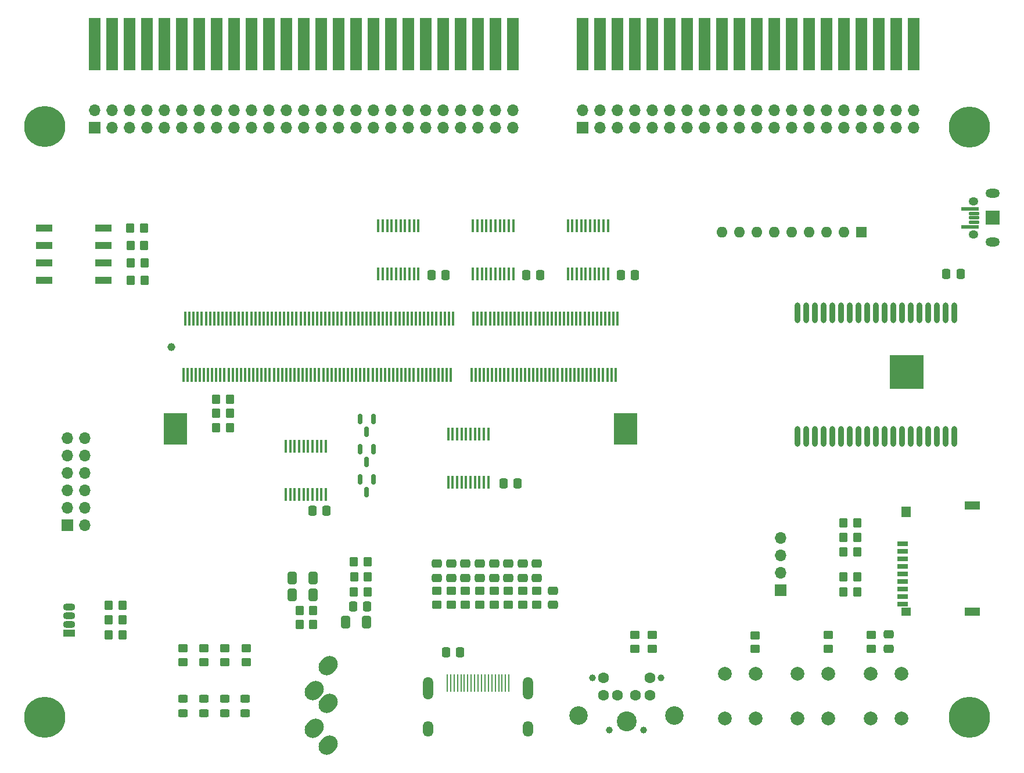
<source format=gbr>
%TF.GenerationSoftware,KiCad,Pcbnew,(6.0.11)*%
%TF.CreationDate,2023-06-18T20:35:24-07:00*%
%TF.ProjectId,TRS-IO++,5452532d-494f-42b2-9b2e-6b696361645f,rev?*%
%TF.SameCoordinates,Original*%
%TF.FileFunction,Soldermask,Top*%
%TF.FilePolarity,Negative*%
%FSLAX46Y46*%
G04 Gerber Fmt 4.6, Leading zero omitted, Abs format (unit mm)*
G04 Created by KiCad (PCBNEW (6.0.11)) date 2023-06-18 20:35:24*
%MOMM*%
%LPD*%
G01*
G04 APERTURE LIST*
G04 Aperture macros list*
%AMRoundRect*
0 Rectangle with rounded corners*
0 $1 Rounding radius*
0 $2 $3 $4 $5 $6 $7 $8 $9 X,Y pos of 4 corners*
0 Add a 4 corners polygon primitive as box body*
4,1,4,$2,$3,$4,$5,$6,$7,$8,$9,$2,$3,0*
0 Add four circle primitives for the rounded corners*
1,1,$1+$1,$2,$3*
1,1,$1+$1,$4,$5*
1,1,$1+$1,$6,$7*
1,1,$1+$1,$8,$9*
0 Add four rect primitives between the rounded corners*
20,1,$1+$1,$2,$3,$4,$5,0*
20,1,$1+$1,$4,$5,$6,$7,0*
20,1,$1+$1,$6,$7,$8,$9,0*
20,1,$1+$1,$8,$9,$2,$3,0*%
%AMHorizOval*
0 Thick line with rounded ends*
0 $1 width*
0 $2 $3 position (X,Y) of the first rounded end (center of the circle)*
0 $4 $5 position (X,Y) of the second rounded end (center of the circle)*
0 Add line between two ends*
20,1,$1,$2,$3,$4,$5,0*
0 Add two circle primitives to create the rounded ends*
1,1,$1,$2,$3*
1,1,$1,$4,$5*%
G04 Aperture macros list end*
%ADD10RoundRect,0.100000X-0.100000X0.850000X-0.100000X-0.850000X0.100000X-0.850000X0.100000X0.850000X0*%
%ADD11C,2.000000*%
%ADD12RoundRect,0.250000X0.350000X0.450000X-0.350000X0.450000X-0.350000X-0.450000X0.350000X-0.450000X0*%
%ADD13RoundRect,0.250000X-0.450000X0.350000X-0.450000X-0.350000X0.450000X-0.350000X0.450000X0.350000X0*%
%ADD14RoundRect,0.250000X-0.412500X-0.650000X0.412500X-0.650000X0.412500X0.650000X-0.412500X0.650000X0*%
%ADD15RoundRect,0.250000X0.450000X-0.350000X0.450000X0.350000X-0.450000X0.350000X-0.450000X-0.350000X0*%
%ADD16R,2.440000X1.120000*%
%ADD17RoundRect,0.250000X-0.350000X-0.450000X0.350000X-0.450000X0.350000X0.450000X-0.350000X0.450000X0*%
%ADD18RoundRect,0.250000X0.450000X-0.325000X0.450000X0.325000X-0.450000X0.325000X-0.450000X-0.325000X0*%
%ADD19RoundRect,0.250000X0.337500X0.475000X-0.337500X0.475000X-0.337500X-0.475000X0.337500X-0.475000X0*%
%ADD20C,0.800000*%
%ADD21C,6.000000*%
%ADD22RoundRect,0.250000X0.412500X0.650000X-0.412500X0.650000X-0.412500X-0.650000X0.412500X-0.650000X0*%
%ADD23RoundRect,0.250000X-0.475000X0.337500X-0.475000X-0.337500X0.475000X-0.337500X0.475000X0.337500X0*%
%ADD24R,1.700000X1.700000*%
%ADD25O,1.700000X1.700000*%
%ADD26HorizOval,2.400000X-0.212132X-0.212132X0.212132X0.212132X0*%
%ADD27RoundRect,0.250000X-0.337500X-0.475000X0.337500X-0.475000X0.337500X0.475000X-0.337500X0.475000X0*%
%ADD28RoundRect,0.150000X-0.150000X0.587500X-0.150000X-0.587500X0.150000X-0.587500X0.150000X0.587500X0*%
%ADD29R,0.280000X2.600000*%
%ADD30O,1.500000X3.300000*%
%ADD31O,1.500000X2.300000*%
%ADD32R,1.600000X0.700000*%
%ADD33R,1.400000X1.600000*%
%ADD34R,2.200000X1.200000*%
%ADD35R,1.400000X1.200000*%
%ADD36O,0.900000X3.000000*%
%ADD37R,5.000000X5.000000*%
%ADD38RoundRect,0.250000X0.475000X-0.337500X0.475000X0.337500X-0.475000X0.337500X-0.475000X-0.337500X0*%
%ADD39O,1.400000X1.200000*%
%ADD40RoundRect,0.050000X1.000000X-1.000000X1.000000X1.000000X-1.000000X1.000000X-1.000000X-1.000000X0*%
%ADD41O,2.100000X1.300000*%
%ADD42RoundRect,0.050000X1.250000X-0.200000X1.250000X0.200000X-1.250000X0.200000X-1.250000X-0.200000X0*%
%ADD43RoundRect,0.050000X0.675000X-0.200000X0.675000X0.200000X-0.675000X0.200000X-0.675000X-0.200000X0*%
%ADD44R,1.600000X1.600000*%
%ADD45O,1.600000X1.600000*%
%ADD46R,1.778000X7.620000*%
%ADD47R,1.800000X1.070000*%
%ADD48O,1.800000X1.070000*%
%ADD49C,1.600000*%
%ADD50C,1.000000*%
%ADD51C,2.900000*%
%ADD52C,2.700000*%
%ADD53C,1.150000*%
%ADD54R,0.350000X2.000000*%
%ADD55R,3.500000X4.600000*%
G04 APERTURE END LIST*
D10*
%TO.C,U5*%
X106963400Y-101910000D03*
X106313400Y-101910000D03*
X105663400Y-101910000D03*
X105013400Y-101910000D03*
X104363400Y-101910000D03*
X103713400Y-101910000D03*
X103063400Y-101910000D03*
X102413400Y-101910000D03*
X101763400Y-101910000D03*
X101113400Y-101910000D03*
X101113400Y-108910000D03*
X101763400Y-108910000D03*
X102413400Y-108910000D03*
X103063400Y-108910000D03*
X103713400Y-108910000D03*
X104363400Y-108910000D03*
X105013400Y-108910000D03*
X105663400Y-108910000D03*
X106313400Y-108910000D03*
X106963400Y-108910000D03*
%TD*%
%TO.C,U4*%
X130660550Y-100132000D03*
X130010550Y-100132000D03*
X129360550Y-100132000D03*
X128710550Y-100132000D03*
X128060550Y-100132000D03*
X127410550Y-100132000D03*
X126760550Y-100132000D03*
X126110550Y-100132000D03*
X125460550Y-100132000D03*
X124810550Y-100132000D03*
X124810550Y-107132000D03*
X125460550Y-107132000D03*
X126110550Y-107132000D03*
X126760550Y-107132000D03*
X127410550Y-107132000D03*
X128060550Y-107132000D03*
X128710550Y-107132000D03*
X129360550Y-107132000D03*
X130010550Y-107132000D03*
X130660550Y-107132000D03*
%TD*%
%TO.C,U3*%
X148095700Y-69753600D03*
X147445700Y-69753600D03*
X146795700Y-69753600D03*
X146145700Y-69753600D03*
X145495700Y-69753600D03*
X144845700Y-69753600D03*
X144195700Y-69753600D03*
X143545700Y-69753600D03*
X142895700Y-69753600D03*
X142245700Y-69753600D03*
X142245700Y-76753600D03*
X142895700Y-76753600D03*
X143545700Y-76753600D03*
X144195700Y-76753600D03*
X144845700Y-76753600D03*
X145495700Y-76753600D03*
X146145700Y-76753600D03*
X146795700Y-76753600D03*
X147445700Y-76753600D03*
X148095700Y-76753600D03*
%TD*%
%TO.C,U2*%
X134278100Y-69753600D03*
X133628100Y-69753600D03*
X132978100Y-69753600D03*
X132328100Y-69753600D03*
X131678100Y-69753600D03*
X131028100Y-69753600D03*
X130378100Y-69753600D03*
X129728100Y-69753600D03*
X129078100Y-69753600D03*
X128428100Y-69753600D03*
X128428100Y-76753600D03*
X129078100Y-76753600D03*
X129728100Y-76753600D03*
X130378100Y-76753600D03*
X131028100Y-76753600D03*
X131678100Y-76753600D03*
X132328100Y-76753600D03*
X132978100Y-76753600D03*
X133628100Y-76753600D03*
X134278100Y-76753600D03*
%TD*%
%TO.C,U6*%
X120460500Y-69753600D03*
X119810500Y-69753600D03*
X119160500Y-69753600D03*
X118510500Y-69753600D03*
X117860500Y-69753600D03*
X117210500Y-69753600D03*
X116560500Y-69753600D03*
X115910500Y-69753600D03*
X115260500Y-69753600D03*
X114610500Y-69753600D03*
X114610500Y-76753600D03*
X115260500Y-76753600D03*
X115910500Y-76753600D03*
X116560500Y-76753600D03*
X117210500Y-76753600D03*
X117860500Y-76753600D03*
X118510500Y-76753600D03*
X119160500Y-76753600D03*
X119810500Y-76753600D03*
X120460500Y-76753600D03*
%TD*%
D11*
%TO.C,SW4*%
X165100000Y-141629200D03*
X165100000Y-135129200D03*
X169600000Y-141629200D03*
X169600000Y-135129200D03*
%TD*%
D12*
%TO.C,R33*%
X80435500Y-70104000D03*
X78435500Y-70104000D03*
%TD*%
D13*
%TO.C,R39*%
X92269032Y-131384800D03*
X92269032Y-133384800D03*
%TD*%
D14*
%TO.C,C15*%
X109806299Y-127551799D03*
X112931299Y-127551799D03*
%TD*%
D15*
%TO.C,R8*%
X129413000Y-125023800D03*
X129413000Y-123023800D03*
%TD*%
D13*
%TO.C,R40*%
X95330100Y-131384800D03*
X95330100Y-133384800D03*
%TD*%
D16*
%TO.C,SW3*%
X65935700Y-70104000D03*
X65935700Y-72644000D03*
X65935700Y-75184000D03*
X65935700Y-77724000D03*
X74545700Y-77724000D03*
X74545700Y-75184000D03*
X74545700Y-72644000D03*
X74545700Y-70104000D03*
%TD*%
D17*
%TO.C,R29*%
X90998800Y-95046800D03*
X92998800Y-95046800D03*
%TD*%
D18*
%TO.C,D3*%
X89177666Y-140842600D03*
X89177666Y-138792600D03*
%TD*%
D19*
%TO.C,C16*%
X134919850Y-107340400D03*
X132844850Y-107340400D03*
%TD*%
D15*
%TO.C,R10*%
X125247400Y-125023800D03*
X125247400Y-123023800D03*
%TD*%
D12*
%TO.C,R35*%
X80537100Y-75184000D03*
X78537100Y-75184000D03*
%TD*%
D18*
%TO.C,D2*%
X86146600Y-140842600D03*
X86146600Y-138792600D03*
%TD*%
D15*
%TO.C,R7*%
X131495800Y-125023800D03*
X131495800Y-123023800D03*
%TD*%
D13*
%TO.C,R14*%
X169570400Y-129505200D03*
X169570400Y-131505200D03*
%TD*%
D20*
%TO.C,H3*%
X202387690Y-139887010D03*
X203046700Y-141478000D03*
X199205710Y-143068990D03*
D21*
X200796700Y-141478000D03*
D20*
X200796700Y-143728000D03*
X202387690Y-143068990D03*
X200796700Y-139228000D03*
X198546700Y-141478000D03*
X199205710Y-139887010D03*
%TD*%
D17*
%TO.C,R16*%
X182423100Y-120967500D03*
X184423100Y-120967500D03*
%TD*%
D22*
%TO.C,C12*%
X105141899Y-121167999D03*
X102016899Y-121167999D03*
%TD*%
D23*
%TO.C,C6*%
X127330200Y-119049300D03*
X127330200Y-121124300D03*
%TD*%
D12*
%TO.C,R34*%
X80486300Y-72644000D03*
X78486300Y-72644000D03*
%TD*%
%TO.C,R2*%
X77301600Y-125120400D03*
X75301600Y-125120400D03*
%TD*%
D23*
%TO.C,C4*%
X131495800Y-119049300D03*
X131495800Y-121124300D03*
%TD*%
D15*
%TO.C,R31*%
X154533600Y-131462400D03*
X154533600Y-129462400D03*
%TD*%
D23*
%TO.C,C3*%
X133578600Y-119049300D03*
X133578600Y-121124300D03*
%TD*%
%TO.C,C7*%
X125247400Y-119049300D03*
X125247400Y-121124300D03*
%TD*%
D20*
%TO.C,H2*%
X198546700Y-55321200D03*
X202387690Y-53730210D03*
X200796700Y-57571200D03*
X199205710Y-53730210D03*
X203046700Y-55321200D03*
X199205710Y-56912190D03*
X202387690Y-56912190D03*
D21*
X200796700Y-55321200D03*
D20*
X200796700Y-53071200D03*
%TD*%
D23*
%TO.C,C1*%
X137744200Y-119049300D03*
X137744200Y-121124300D03*
%TD*%
D11*
%TO.C,SW2*%
X175727350Y-135129200D03*
X175727350Y-141629200D03*
X180227350Y-141629200D03*
X180227350Y-135129200D03*
%TD*%
D24*
%TO.C,J2*%
X144413700Y-55422800D03*
D25*
X144413700Y-52882800D03*
X146953700Y-55422800D03*
X146953700Y-52882800D03*
X149493700Y-55422800D03*
X149493700Y-52882800D03*
X152033700Y-55422800D03*
X152033700Y-52882800D03*
X154573700Y-55422800D03*
X154573700Y-52882800D03*
X157113700Y-55422800D03*
X157113700Y-52882800D03*
X159653700Y-55422800D03*
X159653700Y-52882800D03*
X162193700Y-55422800D03*
X162193700Y-52882800D03*
X164733700Y-55422800D03*
X164733700Y-52882800D03*
X167273700Y-55422800D03*
X167273700Y-52882800D03*
X169813700Y-55422800D03*
X169813700Y-52882800D03*
X172353700Y-55422800D03*
X172353700Y-52882800D03*
X174893700Y-55422800D03*
X174893700Y-52882800D03*
X177433700Y-55422800D03*
X177433700Y-52882800D03*
X179973700Y-55422800D03*
X179973700Y-52882800D03*
X182513700Y-55422800D03*
X182513700Y-52882800D03*
X185053700Y-55422800D03*
X185053700Y-52882800D03*
X187593700Y-55422800D03*
X187593700Y-52882800D03*
X190133700Y-55422800D03*
X190133700Y-52882800D03*
X192673700Y-55422800D03*
X192673700Y-52882800D03*
%TD*%
D26*
%TO.C,J10*%
X105273899Y-137591199D03*
X107273899Y-139391199D03*
X107273899Y-145491199D03*
X105273899Y-143091199D03*
X107273899Y-133891199D03*
%TD*%
D19*
%TO.C,C19*%
X124415000Y-76962000D03*
X122340000Y-76962000D03*
%TD*%
D23*
%TO.C,C8*%
X123164600Y-119049300D03*
X123164600Y-121124300D03*
%TD*%
D27*
%TO.C,C23*%
X124463900Y-131961300D03*
X126538900Y-131961300D03*
%TD*%
D28*
%TO.C,Q3*%
X113878400Y-97919300D03*
X111978400Y-97919300D03*
X112928400Y-99794300D03*
%TD*%
D29*
%TO.C,J7*%
X133659000Y-136468600D03*
X133159000Y-136468600D03*
X132659000Y-136468600D03*
X132159000Y-136468600D03*
X131659000Y-136468600D03*
X131159000Y-136468600D03*
X130659000Y-136468600D03*
X130159000Y-136468600D03*
X129659000Y-136468600D03*
X129159000Y-136468600D03*
X128659000Y-136468600D03*
X128159000Y-136468600D03*
X127659000Y-136468600D03*
X127159000Y-136468600D03*
X126659000Y-136468600D03*
X126159000Y-136468600D03*
X125659000Y-136468600D03*
X125159000Y-136468600D03*
X124659000Y-136468600D03*
D30*
X136409000Y-137228600D03*
D31*
X121909000Y-143188600D03*
X136409000Y-143188600D03*
D30*
X121909000Y-137228600D03*
%TD*%
D32*
%TO.C,J9*%
X191070000Y-116113200D03*
X191070000Y-117213200D03*
X191070000Y-118313200D03*
X191070000Y-119413200D03*
X191070000Y-120513200D03*
X191070000Y-121613200D03*
X191070000Y-122713200D03*
X191070000Y-123813200D03*
X191070000Y-124913200D03*
D33*
X191570000Y-111463200D03*
D34*
X201170000Y-110563200D03*
X201170000Y-126063200D03*
D35*
X191570000Y-126063200D03*
%TD*%
D23*
%TO.C,C9*%
X189026800Y-129366100D03*
X189026800Y-131441100D03*
%TD*%
D12*
%TO.C,R36*%
X80537100Y-77724000D03*
X78537100Y-77724000D03*
%TD*%
D24*
%TO.C,J8*%
X173255166Y-122892600D03*
D25*
X173255166Y-120352600D03*
X173255166Y-117812600D03*
X173255166Y-115272600D03*
%TD*%
D17*
%TO.C,R17*%
X182423100Y-115214400D03*
X184423100Y-115214400D03*
%TD*%
%TO.C,R26*%
X90998800Y-99212400D03*
X92998800Y-99212400D03*
%TD*%
D28*
%TO.C,Q4*%
X113878400Y-102338900D03*
X111978400Y-102338900D03*
X112928400Y-104213900D03*
%TD*%
D11*
%TO.C,SW1*%
X186354700Y-135129200D03*
X186354700Y-141629200D03*
X190854700Y-141629200D03*
X190854700Y-135129200D03*
%TD*%
D15*
%TO.C,R32*%
X151993600Y-131462400D03*
X151993600Y-129462400D03*
%TD*%
D24*
%TO.C,J5*%
X69322000Y-113411400D03*
D25*
X71862000Y-113411400D03*
X69322000Y-110871400D03*
X71862000Y-110871400D03*
X69322000Y-108331400D03*
X71862000Y-108331400D03*
X69322000Y-105791400D03*
X71862000Y-105791400D03*
X69322000Y-103251400D03*
X71862000Y-103251400D03*
X69322000Y-100711400D03*
X71862000Y-100711400D03*
%TD*%
D17*
%TO.C,R18*%
X182423100Y-113080800D03*
X184423100Y-113080800D03*
%TD*%
%TO.C,R19*%
X182438800Y-123139200D03*
X184438800Y-123139200D03*
%TD*%
D12*
%TO.C,R1*%
X77301600Y-129438400D03*
X75301600Y-129438400D03*
%TD*%
D18*
%TO.C,D4*%
X92208732Y-140842600D03*
X92208732Y-138792600D03*
%TD*%
D36*
%TO.C,U1*%
X198565900Y-82490800D03*
X197295900Y-82490800D03*
X196025900Y-82490800D03*
X194755900Y-82490800D03*
X193485900Y-82490800D03*
X192215900Y-82490800D03*
X190945900Y-82490800D03*
X189675900Y-82490800D03*
X188405900Y-82490800D03*
X187135900Y-82490800D03*
X185865900Y-82490800D03*
X184595900Y-82490800D03*
X183325900Y-82490800D03*
X182055900Y-82490800D03*
X180755900Y-82490800D03*
X179485900Y-82490800D03*
X178215900Y-82490800D03*
X176945900Y-82490800D03*
X175675900Y-82490800D03*
X175675900Y-100490800D03*
X176945900Y-100490800D03*
X178215900Y-100490800D03*
X179485900Y-100490800D03*
X180755900Y-100490800D03*
X182055900Y-100520800D03*
X183325900Y-100520800D03*
X184595900Y-100520800D03*
X185865900Y-100520800D03*
X187135900Y-100520800D03*
X188405900Y-100520800D03*
X189675900Y-100520800D03*
X190945900Y-100520800D03*
X192215900Y-100520800D03*
X193485900Y-100520800D03*
X194755900Y-100520800D03*
X196025900Y-100520800D03*
X197295900Y-100520800D03*
X198565900Y-100520800D03*
D20*
X189655900Y-90090800D03*
X192655900Y-90090800D03*
X192655900Y-91090800D03*
X189655900Y-91090800D03*
X193655900Y-93090800D03*
X193655900Y-89090800D03*
X189655900Y-92090800D03*
X190655900Y-91090800D03*
X191655900Y-93090800D03*
X189655900Y-93090800D03*
X189655900Y-89090800D03*
X191655900Y-92090800D03*
X191655900Y-91090800D03*
X193655900Y-91090800D03*
D37*
X191645900Y-91090800D03*
D20*
X192655900Y-93090800D03*
X190655900Y-93090800D03*
X190655900Y-89090800D03*
X192655900Y-92090800D03*
X193655900Y-92090800D03*
X192655900Y-89090800D03*
X190655900Y-90090800D03*
X191655900Y-90090800D03*
X193655900Y-90090800D03*
X191655900Y-89090800D03*
X190655900Y-92090800D03*
%TD*%
D38*
%TO.C,C21*%
X140106400Y-125061300D03*
X140106400Y-122986300D03*
%TD*%
D13*
%TO.C,R30*%
X180171900Y-129454400D03*
X180171900Y-131454400D03*
%TD*%
D20*
%TO.C,H1*%
X66024300Y-57520400D03*
X64433310Y-56861390D03*
X68274300Y-55270400D03*
D21*
X66024300Y-55270400D03*
D20*
X64433310Y-53679410D03*
X67615290Y-56861390D03*
X67615290Y-53679410D03*
X66024300Y-53020400D03*
X63774300Y-55270400D03*
%TD*%
D12*
%TO.C,R24*%
X113029199Y-123182999D03*
X111029199Y-123182999D03*
%TD*%
D28*
%TO.C,Q5*%
X113878400Y-106758500D03*
X111978400Y-106758500D03*
X112928400Y-108633500D03*
%TD*%
D23*
%TO.C,C5*%
X129413000Y-119049300D03*
X129413000Y-121124300D03*
%TD*%
D13*
%TO.C,R12*%
X186436000Y-129454400D03*
X186436000Y-131454400D03*
%TD*%
D12*
%TO.C,R22*%
X105140000Y-125841599D03*
X103140000Y-125841599D03*
%TD*%
D39*
%TO.C,J12*%
X201374000Y-66155000D03*
D40*
X204124000Y-68580000D03*
D41*
X204124000Y-72155000D03*
X204124000Y-65005000D03*
D39*
X201374000Y-71005000D03*
D42*
X200872800Y-69880000D03*
D43*
X201449000Y-69230000D03*
X201449000Y-68580000D03*
X201449000Y-67930000D03*
D42*
X200872800Y-67280000D03*
%TD*%
D19*
%TO.C,C11*%
X152050200Y-76962000D03*
X149975200Y-76962000D03*
%TD*%
D17*
%TO.C,R25*%
X111077500Y-120967500D03*
X113077500Y-120967500D03*
%TD*%
%TO.C,R28*%
X90998800Y-97129600D03*
X92998800Y-97129600D03*
%TD*%
D44*
%TO.C,RN1*%
X185028600Y-70713600D03*
D45*
X182488600Y-70713600D03*
X179948600Y-70713600D03*
X177408600Y-70713600D03*
X174868600Y-70713600D03*
X172328600Y-70713600D03*
X169788600Y-70713600D03*
X167248600Y-70713600D03*
X164708600Y-70713600D03*
%TD*%
D12*
%TO.C,R23*%
X113029199Y-118745000D03*
X111029199Y-118745000D03*
%TD*%
D15*
%TO.C,R4*%
X137744200Y-125023800D03*
X137744200Y-123023800D03*
%TD*%
D19*
%TO.C,C24*%
X199497400Y-76758800D03*
X197422400Y-76758800D03*
%TD*%
D13*
%TO.C,R38*%
X89207966Y-131384800D03*
X89207966Y-133384800D03*
%TD*%
D46*
%TO.C,J4*%
X144408700Y-43281600D03*
X146948700Y-43281600D03*
X149488700Y-43281600D03*
X152028700Y-43281600D03*
X154568700Y-43281600D03*
X157108700Y-43281600D03*
X159648700Y-43281600D03*
X162188700Y-43281600D03*
X164728700Y-43281600D03*
X167268700Y-43281600D03*
X169808700Y-43281600D03*
X172348700Y-43281600D03*
X174888700Y-43281600D03*
X177428700Y-43281600D03*
X179968700Y-43281600D03*
X182508700Y-43281600D03*
X185048700Y-43281600D03*
X187588700Y-43281600D03*
X190128700Y-43281600D03*
X192668700Y-43281600D03*
%TD*%
%TO.C,J3*%
X73263300Y-43281600D03*
X75803300Y-43281600D03*
X78343300Y-43281600D03*
X80883300Y-43281600D03*
X83423300Y-43281600D03*
X85963300Y-43281600D03*
X88503300Y-43281600D03*
X91043300Y-43281600D03*
X93583300Y-43281600D03*
X96123300Y-43281600D03*
X98663300Y-43281600D03*
X101203300Y-43281600D03*
X103743300Y-43281600D03*
X106283300Y-43281600D03*
X108823300Y-43281600D03*
X111363300Y-43281600D03*
X113903300Y-43281600D03*
X116443300Y-43281600D03*
X118983300Y-43281600D03*
X121523300Y-43281600D03*
X124063300Y-43281600D03*
X126603300Y-43281600D03*
X129143300Y-43281600D03*
X131683300Y-43281600D03*
X134223300Y-43281600D03*
%TD*%
D23*
%TO.C,C2*%
X135661400Y-119049300D03*
X135661400Y-121124300D03*
%TD*%
D47*
%TO.C,D1*%
X69543200Y-129156000D03*
D48*
X69543200Y-127886000D03*
X69543200Y-126616000D03*
X69543200Y-125346000D03*
%TD*%
D49*
%TO.C,J11*%
X152109500Y-138232700D03*
X149509500Y-138232700D03*
X154209500Y-138232700D03*
X147409500Y-138232700D03*
X154209500Y-135732700D03*
X147409500Y-135732700D03*
D50*
X153309500Y-143332700D03*
X148309500Y-143332700D03*
X155809500Y-135732700D03*
X145809500Y-135732700D03*
D51*
X150809500Y-142032700D03*
D52*
X157809500Y-141232700D03*
X143809500Y-141232700D03*
%TD*%
D53*
%TO.C,Conn1*%
X84440300Y-87422900D03*
D54*
X149490300Y-83322900D03*
X149190300Y-91522900D03*
X148890300Y-83322900D03*
X148590300Y-91522900D03*
X148290300Y-83322900D03*
X147990300Y-91522900D03*
X147690300Y-83322900D03*
X147390300Y-91522900D03*
X147090300Y-83322900D03*
X146790300Y-91522900D03*
X146490300Y-83322900D03*
X146190300Y-91522900D03*
X145890300Y-83322900D03*
X145590300Y-91522900D03*
X145290300Y-83322900D03*
X144990300Y-91522900D03*
X144690300Y-83322900D03*
X144390300Y-91522900D03*
X144090300Y-83322900D03*
X143790300Y-91522900D03*
X143490300Y-83322900D03*
X143190300Y-91522900D03*
X142890300Y-83322900D03*
X142590300Y-91522900D03*
X142290300Y-83322900D03*
X141990300Y-91522900D03*
X141690300Y-83322900D03*
X141390300Y-91522900D03*
X141090300Y-83322900D03*
X140790300Y-91522900D03*
X140490300Y-83322900D03*
X140190300Y-91522900D03*
X139890300Y-83322900D03*
X139590300Y-91522900D03*
X139290300Y-83322900D03*
X138990300Y-91522900D03*
X138690300Y-83322900D03*
X138390300Y-91522900D03*
X138090300Y-83322900D03*
X137790300Y-91522900D03*
X137490300Y-83322900D03*
X137190300Y-91522900D03*
X136890300Y-83322900D03*
X136590300Y-91522900D03*
X136290300Y-83322900D03*
X135990300Y-91522900D03*
X135690300Y-83322900D03*
X135390300Y-91522900D03*
X135090300Y-83322900D03*
X134790300Y-91522900D03*
X134490300Y-83322900D03*
X134190300Y-91522900D03*
X133890300Y-83322900D03*
X133590300Y-91522900D03*
X133290300Y-83322900D03*
X132990300Y-91522900D03*
X132690300Y-83322900D03*
X132390300Y-91522900D03*
X132090300Y-83322900D03*
X131790300Y-91522900D03*
X131490300Y-83322900D03*
X131190300Y-91522900D03*
X130890300Y-83322900D03*
X130590300Y-91522900D03*
X130290300Y-83322900D03*
X129990300Y-91522900D03*
X129690300Y-83322900D03*
X129390300Y-91522900D03*
X129090300Y-83322900D03*
X128790300Y-91522900D03*
X128490300Y-83322900D03*
X128190300Y-91522900D03*
X125490300Y-83322900D03*
X125190300Y-91522900D03*
X124890300Y-83322900D03*
X124590300Y-91522900D03*
X124290300Y-83322900D03*
X123990300Y-91522900D03*
X123690300Y-83322900D03*
X123390300Y-91522900D03*
X123090300Y-83322900D03*
X122790300Y-91522900D03*
X122490300Y-83322900D03*
X122190300Y-91522900D03*
X121890300Y-83322900D03*
X121590300Y-91522900D03*
X121290300Y-83322900D03*
X120990300Y-91522900D03*
X120690300Y-83322900D03*
X120390300Y-91522900D03*
X120090300Y-83322900D03*
X119790300Y-91522900D03*
X119490300Y-83322900D03*
X119190300Y-91522900D03*
X118890300Y-83322900D03*
X118590300Y-91522900D03*
X118290300Y-83322900D03*
X117990300Y-91522900D03*
X117690300Y-83322900D03*
X117390300Y-91522900D03*
X117090300Y-83322900D03*
X116790300Y-91522900D03*
X116490300Y-83322900D03*
X116190300Y-91522900D03*
X115890300Y-83322900D03*
X115590300Y-91522900D03*
X115290300Y-83322900D03*
X114990300Y-91522900D03*
X114690300Y-83322900D03*
X114390300Y-91522900D03*
X114090300Y-83322900D03*
X113790300Y-91522900D03*
X113490300Y-83322900D03*
X113190300Y-91522900D03*
X112890300Y-83322900D03*
X112590300Y-91522900D03*
X112290300Y-83322900D03*
X111990300Y-91522900D03*
X111690300Y-83322900D03*
X111390300Y-91522900D03*
X111090300Y-83322900D03*
X110790300Y-91522900D03*
X110490300Y-83322900D03*
X110190300Y-91522900D03*
X109890300Y-83322900D03*
X109590300Y-91522900D03*
X109290300Y-83322900D03*
X108990300Y-91522900D03*
X108690300Y-83322900D03*
X108390300Y-91522900D03*
X108090300Y-83322900D03*
X107790300Y-91522900D03*
X107490300Y-83322900D03*
X107190300Y-91522900D03*
X106890300Y-83322900D03*
X106590300Y-91522900D03*
X106290300Y-83322900D03*
X105990300Y-91522900D03*
X105690300Y-83322900D03*
X105390300Y-91522900D03*
X105090300Y-83322900D03*
X104790300Y-91522900D03*
X104490300Y-83322900D03*
X104190300Y-91522900D03*
X103890300Y-83322900D03*
X103590300Y-91522900D03*
X103290300Y-83322900D03*
X102990300Y-91522900D03*
X102690300Y-83322900D03*
X102390300Y-91522900D03*
X102090300Y-83322900D03*
X101790300Y-91522900D03*
X101490300Y-83322900D03*
X101190300Y-91522900D03*
X100890300Y-83322900D03*
X100590300Y-91522900D03*
X100290300Y-83322900D03*
X99990300Y-91522900D03*
X99690300Y-83322900D03*
X99390300Y-91522900D03*
X99090300Y-83322900D03*
X98790300Y-91522900D03*
X98490300Y-83322900D03*
X98190300Y-91522900D03*
X97890300Y-83322900D03*
X97590300Y-91522900D03*
X97290300Y-83322900D03*
X96990300Y-91522900D03*
X96690300Y-83322900D03*
X96390300Y-91522900D03*
X96090300Y-83322900D03*
X95790300Y-91522900D03*
X95490300Y-83322900D03*
X95190300Y-91522900D03*
X94890300Y-83322900D03*
X94590300Y-91522900D03*
X94290300Y-83322900D03*
X93990300Y-91522900D03*
X93690300Y-83322900D03*
X93390300Y-91522900D03*
X93090300Y-83322900D03*
X92790300Y-91522900D03*
X92490300Y-83322900D03*
X92190300Y-91522900D03*
X91890300Y-83322900D03*
X91590300Y-91522900D03*
X91290300Y-83322900D03*
X90990300Y-91522900D03*
X90690300Y-83322900D03*
X90390300Y-91522900D03*
X90090300Y-83322900D03*
X89790300Y-91522900D03*
X89490300Y-83322900D03*
X89190300Y-91522900D03*
X88890300Y-83322900D03*
X88590300Y-91522900D03*
X88290300Y-83322900D03*
X87990300Y-91522900D03*
X87690300Y-83322900D03*
X87390300Y-91522900D03*
X87090300Y-83322900D03*
X86790300Y-91522900D03*
X86490300Y-83322900D03*
X86190300Y-91522900D03*
D55*
X150640300Y-99422900D03*
X85040300Y-99422900D03*
%TD*%
D13*
%TO.C,R37*%
X86146900Y-131384800D03*
X86146900Y-133384800D03*
%TD*%
D15*
%TO.C,R5*%
X135661400Y-125023800D03*
X135661400Y-123023800D03*
%TD*%
D12*
%TO.C,R3*%
X77301600Y-127254000D03*
X75301600Y-127254000D03*
%TD*%
D24*
%TO.C,J1*%
X73237900Y-55422800D03*
D25*
X73237900Y-52882800D03*
X75777900Y-55422800D03*
X75777900Y-52882800D03*
X78317900Y-55422800D03*
X78317900Y-52882800D03*
X80857900Y-55422800D03*
X80857900Y-52882800D03*
X83397900Y-55422800D03*
X83397900Y-52882800D03*
X85937900Y-55422800D03*
X85937900Y-52882800D03*
X88477900Y-55422800D03*
X88477900Y-52882800D03*
X91017900Y-55422800D03*
X91017900Y-52882800D03*
X93557900Y-55422800D03*
X93557900Y-52882800D03*
X96097900Y-55422800D03*
X96097900Y-52882800D03*
X98637900Y-55422800D03*
X98637900Y-52882800D03*
X101177900Y-55422800D03*
X101177900Y-52882800D03*
X103717900Y-55422800D03*
X103717900Y-52882800D03*
X106257900Y-55422800D03*
X106257900Y-52882800D03*
X108797900Y-55422800D03*
X108797900Y-52882800D03*
X111337900Y-55422800D03*
X111337900Y-52882800D03*
X113877900Y-55422800D03*
X113877900Y-52882800D03*
X116417900Y-55422800D03*
X116417900Y-52882800D03*
X118957900Y-55422800D03*
X118957900Y-52882800D03*
X121497900Y-55422800D03*
X121497900Y-52882800D03*
X124037900Y-55422800D03*
X124037900Y-52882800D03*
X126577900Y-55422800D03*
X126577900Y-52882800D03*
X129117900Y-55422800D03*
X129117900Y-52882800D03*
X131657900Y-55422800D03*
X131657900Y-52882800D03*
X134197900Y-55422800D03*
X134197900Y-52882800D03*
%TD*%
D18*
%TO.C,D5*%
X95239800Y-140842600D03*
X95239800Y-138792600D03*
%TD*%
D15*
%TO.C,R11*%
X123164600Y-125023800D03*
X123164600Y-123023800D03*
%TD*%
%TO.C,R9*%
X127330200Y-125023800D03*
X127330200Y-123023800D03*
%TD*%
D19*
%TO.C,C18*%
X107057100Y-111302800D03*
X104982100Y-111302800D03*
%TD*%
D20*
%TO.C,H4*%
X66024300Y-143728000D03*
X68274300Y-141478000D03*
X64433310Y-139887010D03*
X66024300Y-139228000D03*
X64433310Y-143068990D03*
X67615290Y-143068990D03*
D21*
X66024300Y-141478000D03*
D20*
X63774300Y-141478000D03*
X67615290Y-139887010D03*
%TD*%
D19*
%TO.C,C10*%
X138232600Y-76962000D03*
X136157600Y-76962000D03*
%TD*%
D17*
%TO.C,R15*%
X182423100Y-117348000D03*
X184423100Y-117348000D03*
%TD*%
D15*
%TO.C,R6*%
X133578600Y-125023800D03*
X133578600Y-123023800D03*
%TD*%
D17*
%TO.C,R21*%
X103140000Y-127873599D03*
X105140000Y-127873599D03*
%TD*%
D19*
%TO.C,C13*%
X113015899Y-125265799D03*
X110940899Y-125265799D03*
%TD*%
D14*
%TO.C,C14*%
X102016899Y-123606399D03*
X105141899Y-123606399D03*
%TD*%
M02*

</source>
